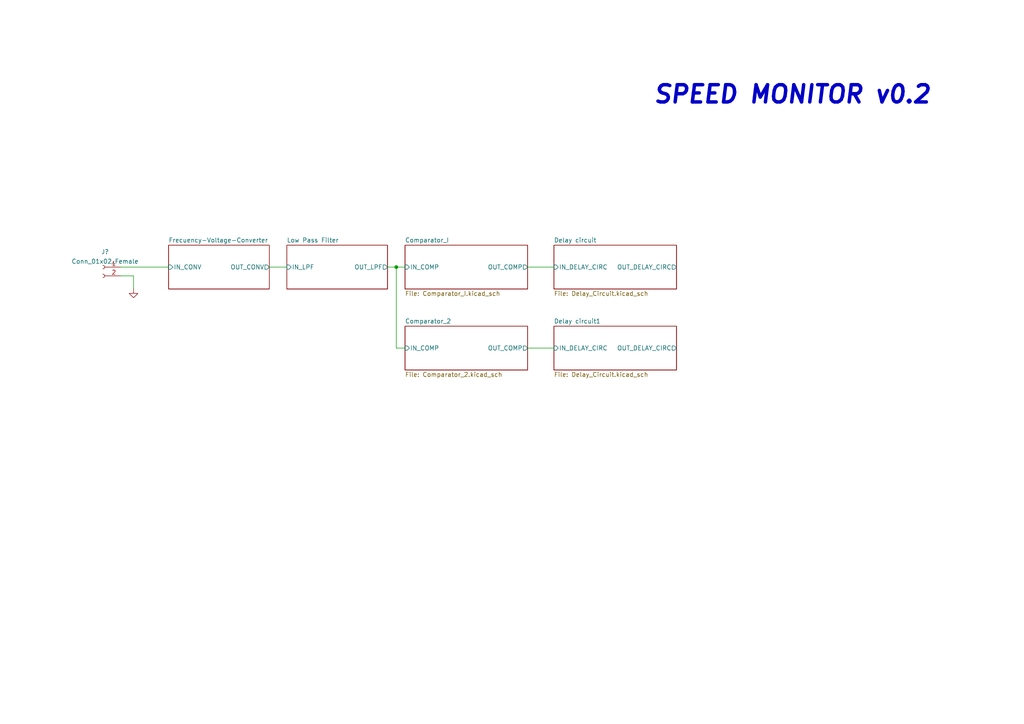
<source format=kicad_sch>
(kicad_sch (version 20211123) (generator eeschema)
  (paper "A4")
  (lib_symbols
    (symbol "Connector:Conn_01x02_Female" (pin_names (offset 1.016) hide)
      (property "Reference" "J" (at 0 2.54 0))
      (property "Value" "Conn_01x02_Female" (at 0 -5.08 0))
      (symbol "Conn_01x02_Female_1_1"
        (arc (start 0 -2.032) (mid -0.508 -2.54) (end 0 -3.048) (stroke (width 0.1524)))
        (polyline (pts (xy -1.27 -2.54) (xy -0.508 -2.54)) (stroke (width 0.1524)))
        (polyline (pts (xy -1.27 0) (xy -0.508 0)) (stroke (width 0.1524)))
        (arc (start 0 0.508) (mid -0.508 0) (end 0 -0.508) (stroke (width 0.1524)))
        (pin passive line (at -5.08 0 0) (length 3.81) (name "Pin_1") (number "1"))
        (pin passive line (at -5.08 -2.54 0) (length 3.81) (name "Pin_2") (number "2"))
      )
    )
    (symbol "power:GND" (power) (pin_names (offset 0))
      (property "Value" "GND" (at 0 -3.81 0))
      (symbol "GND_0_1"
        (polyline (pts (xy 0 0) (xy 0 -1.27) (xy 1.27 -1.27) (xy 0 -2.54) (xy -1.27 -1.27) (xy 0 -1.27)))
      )
      (symbol "GND_1_1"
        (pin power_in line (at 0 0 270) (length 0) hide (name "GND") (number "1"))
      )
    )
  )
  (junction (at 114.935 77.47))
  (wire (pts (xy 78.105 77.47) (xy 83.185 77.47)))
  (wire (pts (xy 114.935 77.47) (xy 117.475 77.47)))
  (wire (pts (xy 153.035 100.965) (xy 160.655 100.965)))
  (wire (pts (xy 34.925 77.47) (xy 48.895 77.47)))
  (wire (pts (xy 38.735 80.01) (xy 38.735 83.82)))
  (wire (pts (xy 114.935 77.47) (xy 114.935 100.965)))
  (wire (pts (xy 153.035 77.47) (xy 160.655 77.47)))
  (wire (pts (xy 114.935 100.965) (xy 117.475 100.965)))
  (wire (pts (xy 34.925 80.01) (xy 38.735 80.01)))
  (wire (pts (xy 112.395 77.47) (xy 114.935 77.47)))
  (text "SPEED MONITOR v0.2" (at 189.23 30.48 0) (effects (font (size 5 5) (thickness 1) bold italic) (justify left bottom)))
  (symbol (lib_id "power:GND") (at 38.735 83.82 0) (unit 1)
    (property "Reference" "#PWR?" (effects hide))
    (property "Value" "GND" (effects hide))
  )
  (symbol (lib_id "Connector:Conn_01x02_Female") (at 29.845 77.47 0) (mirror y) (unit 1)
    (property "Reference" "J?" (at 30.48 73.0463 0))
    (property "Value" "Conn_01x02_Female" (at 30.48 75.8214 0))
  )
  (sheet (at 48.895 71.12) (size 29.21 12.7) (stroke (width 0.1524))
    (property "Sheet name" "Frecuency-Voltage-Converter" (at 48.895 70.4084 0) (effects (justify left bottom)))
    (property "Sheet file" "Frecuency_voltage_converter.kicad_sch" (effects hide))
    (pin "IN_CONV" input (at 48.895 77.47 180))
    (pin "OUT_CONV" output (at 78.105 77.47 0))
  )
  (sheet (at 160.655 94.615) (size 35.56 12.7) (stroke (width 0.1524))
    (property "Sheet name" "Delay circuit1" (at 160.655 93.9034 0) (effects (justify left bottom)))
    (property "Sheet file" "Delay_Circuit.kicad_sch" (at 160.655 107.8996 0) (effects (justify left top)))
    (pin "IN_DELAY_CIRC" input (at 160.655 100.965 180))
    (pin "OUT_DELAY_CIRC" output (at 196.215 100.965 0))
  )
  (sheet (at 117.475 94.615) (size 35.56 12.7) (stroke (width 0.1524))
    (property "Sheet name" "Comparator_2" (at 117.475 93.9034 0) (effects (justify left bottom)))
    (property "Sheet file" "Comparator_2.kicad_sch" (at 117.475 107.8996 0) (effects (justify left top)))
    (pin "IN_COMP" input (at 117.475 100.965 180))
    (pin "OUT_COMP" output (at 153.035 100.965 0))
  )
  (sheet (at 160.655 71.12) (size 35.56 12.7) (stroke (width 0.1524))
    (property "Sheet name" "Delay circuit" (at 160.655 70.4084 0) (effects (justify left bottom)))
    (property "Sheet file" "Delay_Circuit.kicad_sch" (at 160.655 84.4046 0) (effects (justify left top)))
    (pin "IN_DELAY_CIRC" input (at 160.655 77.47 180))
    (pin "OUT_DELAY_CIRC" output (at 196.215 77.47 0))
  )
  (sheet (at 117.475 71.12) (size 35.56 12.7) (stroke (width 0.1524))
    (property "Sheet name" "Comparator_I" (at 117.475 70.4084 0) (effects (justify left bottom)))
    (property "Sheet file" "Comparator_I.kicad_sch" (at 117.475 84.4046 0) (effects (justify left top)))
    (pin "IN_COMP" input (at 117.475 77.47 180))
    (pin "OUT_COMP" output (at 153.035 77.47 0))
  )
  (sheet (at 83.185 71.12) (size 29.21 12.7) (stroke (width 0.1524))
    (property "Sheet name" "Low Pass Filter" (at 83.185 70.4084 0) (effects (justify left bottom)))
    (property "Sheet file" "Low_pass_filter.kicad_sch" (effects hide))
    (pin "OUT_LPF" output (at 112.395 77.47 0))
    (pin "IN_LPF" input (at 83.185 77.47 180))
  )
)
</source>
